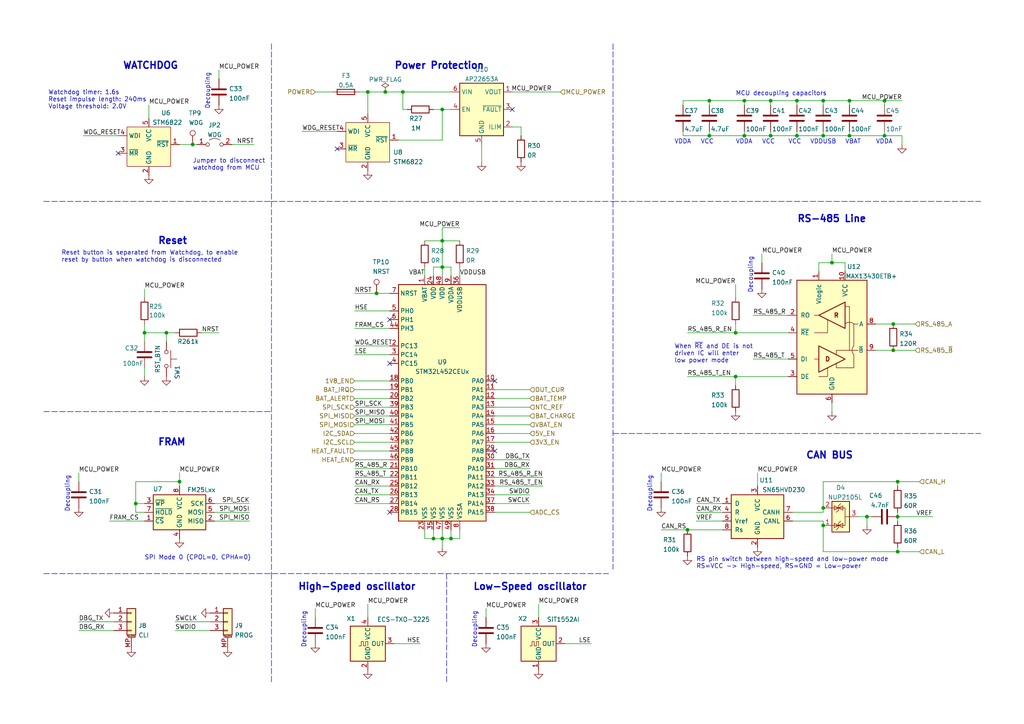
<source format=kicad_sch>
(kicad_sch (version 20210621) (generator eeschema)
  (paper "A4")
  (title_block (title "BUTCube - EPS") (date "2021-06-01") (rev "v1.0") (company "VUT - FIT(STRaDe) & FME(IAE & IPE)") (comment 1 "Author: Petr Malaník"))
  (lib_symbols
    (symbol "Connector:TestPoint" (pin_numbers hide) (pin_names (offset 0.762) hide)
      (property "Reference" "TP" (at 0 6.858 0))
      (property "Value" "TestPoint" (at 0 5.08 0))
      (symbol "TestPoint_0_1"
        (circle (center 0 3.302) (radius 0.762))
      )
      (symbol "TestPoint_1_1"
        (pin passive line (at 0 0 90) (length 2.54) (name "1") (number "1"))
      )
    )
    (symbol "Connector_Generic_MountingPin:Conn_01x03_MountingPin" (pin_names (offset 1.016) hide)
      (property "Reference" "J" (at 0 5.08 0))
      (property "Value" "Conn_01x03_MountingPin" (at 1.27 -5.08 0))
      (symbol "Conn_01x03_MountingPin_1_1"
        (text "Mounting" (at 0 -4.191 0) (effects (font (size 0.381 0.381))))
        (rectangle (start -1.27 -2.413) (end 0 -2.667) (stroke (width 0.1524)))
        (rectangle (start -1.27 0.127) (end 0 -0.127) (stroke (width 0.1524)))
        (rectangle (start -1.27 2.667) (end 0 2.413) (stroke (width 0.1524)))
        (rectangle (start -1.27 3.81) (end 1.27 -3.81) (stroke (width 0.254)) (fill (type background)))
        (polyline (pts (xy -1.016 -4.572) (xy 1.016 -4.572)) (stroke (width 0.1524)))
        (pin passive line (at -5.08 2.54 0) (length 3.81) (name "Pin_1") (number "1"))
        (pin passive line (at -5.08 0 0) (length 3.81) (name "Pin_2") (number "2"))
        (pin passive line (at -5.08 -2.54 0) (length 3.81) (name "Pin_3") (number "3"))
        (pin passive line (at 0 -7.62 90) (length 3.048) (name "MountPin") (number "MP"))
      )
    )
    (symbol "Device:C" (pin_numbers hide) (pin_names (offset 0.254))
      (property "Reference" "C" (at 0.635 2.54 0))
      (property "Value" "C" (at 0.635 -2.54 0))
      (symbol "C_0_1"
        (polyline (pts (xy -2.032 -0.762) (xy 2.032 -0.762)) (stroke (width 0.508)))
        (polyline (pts (xy -2.032 0.762) (xy 2.032 0.762)) (stroke (width 0.508)))
      )
      (symbol "C_1_1"
        (pin passive line (at 0 3.81 270) (length 2.794) (name "~") (number "1"))
        (pin passive line (at 0 -3.81 90) (length 2.794) (name "~") (number "2"))
      )
    )
    (symbol "Device:Fuse" (pin_numbers hide) (pin_names (offset 0))
      (property "Reference" "F" (at 2.032 0 90))
      (property "Value" "Fuse" (at -1.905 0 90))
      (symbol "Fuse_0_1"
        (rectangle (start -0.762 -2.54) (end 0.762 2.54) (stroke (width 0.254)))
        (polyline (pts (xy 0 2.54) (xy 0 -2.54)))
      )
      (symbol "Fuse_1_1"
        (pin passive line (at 0 3.81 270) (length 1.27) (name "~") (number "1"))
        (pin passive line (at 0 -3.81 90) (length 1.27) (name "~") (number "2"))
      )
    )
    (symbol "Device:R" (pin_numbers hide) (pin_names (offset 0))
      (property "Reference" "R" (at 2.032 0 90))
      (property "Value" "R" (at 0 0 90))
      (symbol "R_0_1"
        (rectangle (start -1.016 -2.54) (end 1.016 2.54) (stroke (width 0.254)))
      )
      (symbol "R_1_1"
        (pin passive line (at 0 3.81 270) (length 1.27) (name "~") (number "1"))
        (pin passive line (at 0 -3.81 90) (length 1.27) (name "~") (number "2"))
      )
    )
    (symbol "Interface_CAN_LIN:SN65HVD230" (pin_names (offset 1.016))
      (property "Reference" "U" (at -2.54 10.16 0))
      (property "Value" "SN65HVD230" (at -2.54 7.62 0))
      (symbol "SN65HVD230_0_1"
        (rectangle (start -7.62 5.08) (end 7.62 -7.62) (stroke (width 0.254)) (fill (type background)))
      )
      (symbol "SN65HVD230_1_1"
        (pin input line (at -10.16 2.54 0) (length 2.54) (name "D") (number "1"))
        (pin power_in line (at 0 -10.16 90) (length 2.54) (name "GND") (number "2"))
        (pin power_in line (at 0 7.62 270) (length 2.54) (name "VCC") (number "3"))
        (pin output line (at -10.16 0 0) (length 2.54) (name "R") (number "4"))
        (pin output line (at -10.16 -2.54 0) (length 2.54) (name "Vref") (number "5"))
        (pin bidirectional line (at 10.16 -2.54 180) (length 2.54) (name "CANL") (number "6"))
        (pin bidirectional line (at 10.16 0 180) (length 2.54) (name "CANH") (number "7"))
        (pin input line (at -10.16 -5.08 0) (length 2.54) (name "Rs") (number "8"))
      )
    )
    (symbol "Jumper:Jumper_2_Open" (pin_names (offset 0) hide)
      (property "Reference" "JP" (at 0 2.794 0))
      (property "Value" "Jumper_2_Open" (at 0 -2.286 0))
      (symbol "Jumper_2_Open_0_0"
        (circle (center -2.032 0) (radius 0.508))
        (circle (center 2.032 0) (radius 0.508))
      )
      (symbol "Jumper_2_Open_0_1"
        (arc (start -1.524 1.27) (end 1.524 1.27) (radius (at 0 -0.762) (length 2.54) (angles 126.9 53.1)))
      )
      (symbol "Jumper_2_Open_1_1"
        (pin passive line (at -5.08 0 0) (length 2.54) (name "A") (number "1"))
        (pin passive line (at 5.08 0 180) (length 2.54) (name "B") (number "2"))
      )
    )
    (symbol "MCU_ST_STM32L4:STM32L452CEUx"
      (property "Reference" "U" (at -12.7 34.29 0))
      (property "Value" "STM32L452CEUx" (at 7.62 34.29 0))
      (symbol "STM32L452CEUx_0_1"
        (rectangle (start -12.7 -35.56) (end 12.7 33.02) (stroke (width 0.254)) (fill (type background)))
      )
      (symbol "STM32L452CEUx_1_1"
        (pin power_in line (at -5.08 35.56 270) (length 2.54) (name "VBAT") (number "1"))
        (pin bidirectional line (at 15.24 5.08 180) (length 2.54) (name "PA0") (number "10"))
        (pin bidirectional line (at 15.24 2.54 180) (length 2.54) (name "PA1") (number "11"))
        (pin bidirectional line (at 15.24 0 180) (length 2.54) (name "PA2") (number "12"))
        (pin bidirectional line (at 15.24 -2.54 180) (length 2.54) (name "PA3") (number "13"))
        (pin bidirectional line (at 15.24 -5.08 180) (length 2.54) (name "PA4") (number "14"))
        (pin bidirectional line (at 15.24 -7.62 180) (length 2.54) (name "PA5") (number "15"))
        (pin bidirectional line (at 15.24 -10.16 180) (length 2.54) (name "PA6") (number "16"))
        (pin bidirectional line (at 15.24 -12.7 180) (length 2.54) (name "PA7") (number "17"))
        (pin bidirectional line (at -15.24 5.08 0) (length 2.54) (name "PB0") (number "18"))
        (pin bidirectional line (at -15.24 2.54 0) (length 2.54) (name "PB1") (number "19"))
        (pin bidirectional line (at -15.24 15.24 0) (length 2.54) (name "PC13") (number "2"))
        (pin bidirectional line (at -15.24 0 0) (length 2.54) (name "PB2") (number "20"))
        (pin bidirectional line (at -15.24 -20.32 0) (length 2.54) (name "PB10") (number "21"))
        (pin bidirectional line (at -15.24 -22.86 0) (length 2.54) (name "PB11") (number "22"))
        (pin power_in line (at -5.08 -38.1 90) (length 2.54) (name "VSS") (number "23"))
        (pin power_in line (at -2.54 35.56 270) (length 2.54) (name "VDD") (number "24"))
        (pin bidirectional line (at -15.24 -25.4 0) (length 2.54) (name "PB12") (number "25"))
        (pin bidirectional line (at -15.24 -27.94 0) (length 2.54) (name "PB13") (number "26"))
        (pin bidirectional line (at -15.24 -30.48 0) (length 2.54) (name "PB14") (number "27"))
        (pin bidirectional line (at -15.24 -33.02 0) (length 2.54) (name "PB15") (number "28"))
        (pin bidirectional line (at 15.24 -15.24 180) (length 2.54) (name "PA8") (number "29"))
        (pin bidirectional line (at -15.24 12.7 0) (length 2.54) (name "PC14") (number "3"))
        (pin bidirectional line (at 15.24 -17.78 180) (length 2.54) (name "PA9") (number "30"))
        (pin bidirectional line (at 15.24 -20.32 180) (length 2.54) (name "PA10") (number "31"))
        (pin bidirectional line (at 15.24 -22.86 180) (length 2.54) (name "PA11") (number "32"))
        (pin bidirectional line (at 15.24 -25.4 180) (length 2.54) (name "PA12") (number "33"))
        (pin bidirectional line (at 15.24 -27.94 180) (length 2.54) (name "PA13") (number "34"))
        (pin power_in line (at -2.54 -38.1 90) (length 2.54) (name "VSS") (number "35"))
        (pin power_in line (at 5.08 35.56 270) (length 2.54) (name "VDDUSB") (number "36"))
        (pin bidirectional line (at 15.24 -30.48 180) (length 2.54) (name "PA14") (number "37"))
        (pin bidirectional line (at 15.24 -33.02 180) (length 2.54) (name "PA15") (number "38"))
        (pin bidirectional line (at -15.24 -2.54 0) (length 2.54) (name "PB3") (number "39"))
        (pin bidirectional line (at -15.24 10.16 0) (length 2.54) (name "PC15") (number "4"))
        (pin bidirectional line (at -15.24 -5.08 0) (length 2.54) (name "PB4") (number "40"))
        (pin bidirectional line (at -15.24 -7.62 0) (length 2.54) (name "PB5") (number "41"))
        (pin bidirectional line (at -15.24 -10.16 0) (length 2.54) (name "PB6") (number "42"))
        (pin bidirectional line (at -15.24 -12.7 0) (length 2.54) (name "PB7") (number "43"))
        (pin bidirectional line (at -15.24 20.32 0) (length 2.54) (name "PH3") (number "44"))
        (pin bidirectional line (at -15.24 -15.24 0) (length 2.54) (name "PB8") (number "45"))
        (pin bidirectional line (at -15.24 -17.78 0) (length 2.54) (name "PB9") (number "46"))
        (pin power_in line (at 0 -38.1 90) (length 2.54) (name "VSS") (number "47"))
        (pin power_in line (at 0 35.56 270) (length 2.54) (name "VDD") (number "48"))
        (pin power_in line (at 2.54 -38.1 90) (length 2.54) (name "VSS") (number "49"))
        (pin input line (at -15.24 25.4 0) (length 2.54) (name "PH0") (number "5"))
        (pin input line (at -15.24 22.86 0) (length 2.54) (name "PH1") (number "6"))
        (pin input line (at -15.24 30.48 0) (length 2.54) (name "NRST") (number "7"))
        (pin power_in line (at 5.08 -38.1 90) (length 2.54) (name "VSSA") (number "8"))
        (pin power_in line (at 2.54 35.56 270) (length 2.54) (name "VDDA") (number "9"))
      )
    )
    (symbol "Power_Protection:NUP2105L" (pin_names hide)
      (property "Reference" "D" (at 5.715 2.54 0))
      (property "Value" "NUP2105L" (at 5.715 0.635 0))
      (symbol "NUP2105L_0_0"
        (pin passive line (at 0 -5.08 90) (length 2.54) (name "A") (number "3"))
      )
      (symbol "NUP2105L_0_1"
        (rectangle (start -4.445 2.54) (end 4.445 -2.54) (stroke (width 0.254)) (fill (type background)))
        (polyline (pts (xy -2.54 2.54) (xy -2.54 0.635)))
        (polyline (pts (xy 0 -1.27) (xy 0 -2.54)))
        (polyline (pts (xy 2.54 2.54) (xy 2.54 0.635)))
        (polyline (pts (xy -3.81 1.27) (xy -3.175 0.635) (xy -1.905 0.635) (xy -1.27 0)))
        (polyline (pts (xy -2.54 0.635) (xy -2.54 -1.27) (xy 2.54 -1.27) (xy 2.54 0.635)))
        (polyline (pts (xy -2.54 0.635) (xy -1.905 -0.635) (xy -3.175 -0.635) (xy -2.54 0.635)))
        (polyline (pts (xy 2.54 0.635) (xy 1.905 -0.635) (xy 3.175 -0.635) (xy 2.54 0.635)))
        (polyline (pts (xy 2.54 0.635) (xy 3.175 1.905) (xy 1.905 1.905) (xy 2.54 0.635)))
        (polyline (pts (xy -2.54 0.635) (xy -3.175 1.905) (xy -1.905 1.905) (xy -2.54 0.635) (xy -2.54 1.27)))
        (polyline (pts (xy 1.27 1.27) (xy 1.905 0.635) (xy 2.54 0.635) (xy 3.175 0.635) (xy 3.81 0)))
      )
      (symbol "NUP2105L_1_1"
        (pin passive line (at -2.54 5.08 270) (length 2.54) (name "K") (number "1"))
        (pin passive line (at 2.54 5.08 270) (length 2.54) (name "K") (number "2"))
      )
    )
    (symbol "Switch:SW_Push" (pin_numbers hide) (pin_names (offset 1.016) hide)
      (property "Reference" "SW" (at 1.27 2.54 0))
      (property "Value" "SW_Push" (at 0 -1.524 0))
      (symbol "SW_Push_0_1"
        (circle (center -2.032 0) (radius 0.508))
        (circle (center 2.032 0) (radius 0.508))
        (polyline (pts (xy 0 1.27) (xy 0 3.048)))
        (polyline (pts (xy 2.54 1.27) (xy -2.54 1.27)))
        (pin passive line (at -5.08 0 0) (length 2.54) (name "1") (number "1"))
        (pin passive line (at 5.08 0 180) (length 2.54) (name "2") (number "2"))
      )
    )
    (symbol "TCY_IC:MAX13430ETB+" (pin_names (offset 1.016))
      (property "Reference" "U" (at -10.16 19.05 0))
      (property "Value" "MAX13430ETB+" (at 5.08 19.05 0))
      (symbol "MAX13430ETB+_0_0"
        (text "D" (at -1.27 -5.08 0) (effects (font (size 1.27 1.27) bold)))
        (text "R" (at 1.27 7.62 0) (effects (font (size 1.27 1.27) bold)))
      )
      (symbol "MAX13430ETB+_0_1"
        (arc (start 3.81 5.08) (end 6.35 5.08) (radius (at 5.08 3.8099) (length 1.7961) (angles 135 45)) (stroke (width 0.1524)))
        (arc (start 6.35 -3.81) (end 6.35 -1.27) (radius (at 7.6201 -2.54) (length 1.7961) (angles -135 135)) (stroke (width 0.1524)))
        (rectangle (start -10.16 -15.24) (end 10.16 17.78) (stroke (width 0.254)) (fill (type background)))
        (polyline (pts (xy -5.08 -5.08) (xy -3.81 -5.08)))
        (polyline (pts (xy -3.81 7.62) (xy -5.08 7.62)))
        (polyline (pts (xy 5.08 10.16) (xy 5.08 -2.54)) (stroke (width 0.1524)))
        (polyline (pts (xy 6.35 -7.62) (xy 6.35 -3.81)) (stroke (width 0.1524)))
        (polyline (pts (xy 6.35 -1.27) (xy 6.35 5.08)) (stroke (width 0.1524)))
        (polyline (pts (xy 6.35 5.08) (xy 7.62 5.08)) (stroke (width 0.1524)))
        (polyline (pts (xy 5.08 10.16) (xy 3.81 10.16) (xy 3.81 10.16)))
        (polyline (pts (xy -3.81 -10.16) (xy -1.27 -10.16) (xy -1.27 -7.62) (xy -1.27 -7.62)))
        (polyline (pts (xy -1.27 6.35) (xy -1.27 2.54) (xy -2.54 2.54) (xy -5.08 2.54)))
        (polyline (pts (xy 6.35 -7.62) (xy 1.27 -7.62) (xy 1.27 -6.35) (xy 1.27 -6.35)))
        (polyline (pts (xy 7.62 -2.54) (xy 1.27 -2.54) (xy 1.27 -3.81) (xy 1.27 -3.81)))
        (polyline (pts (xy -3.81 -1.27) (xy -3.81 -8.89) (xy 3.81 -5.08) (xy -3.81 -1.27) (xy -3.81 -1.27)) (stroke (width 0.254)))
        (polyline (pts (xy 3.81 11.43) (xy 3.81 3.81) (xy -3.81 7.62) (xy 3.81 11.43) (xy 3.81 11.43)) (stroke (width 0.254)))
      )
      (symbol "MAX13430ETB+_1_1"
        (pin power_in line (at -3.81 20.32 270) (length 2.54) (name "Vlogic") (number "1"))
        (pin power_in line (at 3.81 20.32 270) (length 2.54) (name "VCC") (number "10"))
        (pin power_in line (at 0 -17.78 90) (length 2.54) hide (name "E_PAD") (number "11"))
        (pin output line (at -12.7 7.62 0) (length 2.54) (name "RO") (number "2"))
        (pin input line (at -12.7 -10.16 0) (length 2.54) (name "DE") (number "3"))
        (pin input line (at -12.7 2.54 0) (length 2.54) (name "~{RE}") (number "4"))
        (pin input line (at -12.7 -5.08 0) (length 2.54) (name "DI") (number "5"))
        (pin power_in line (at 0 -17.78 90) (length 2.54) (name "GND") (number "6"))
        (pin no_connect line (at 10.16 1.27 180) (length 2.54) hide (name "NC") (number "7"))
        (pin input line (at 12.7 5.08 180) (length 2.54) (name "A") (number "8"))
        (pin input line (at 12.7 -2.54 180) (length 2.54) (name "~{B}") (number "9"))
      )
    )
    (symbol "TCY_IC:STM6822"
      (property "Reference" "U" (at 6.35 13.97 0))
      (property "Value" "STM6822" (at 6.35 16.51 0))
      (symbol "STM6822_0_1"
        (rectangle (start -6.35 11.43) (end 6.35 0) (stroke (width 0.1524)) (fill (type background)))
      )
      (symbol "STM6822_1_1"
        (pin open_collector line (at 8.89 6.35 180) (length 2.54) (name "~{RST}") (number "1"))
        (pin passive line (at 0 -2.54 90) (length 2.54) (name "GND") (number "2"))
        (pin input line (at -8.89 3.81 0) (length 2.54) (name "~{MR}") (number "3"))
        (pin input line (at -8.89 8.89 0) (length 2.54) (name "WDI") (number "4"))
        (pin power_in line (at 0 13.97 270) (length 2.54) (name "VCC") (number "5"))
      )
    )
    (symbol "TCY_memory:FM25Lxx"
      (property "Reference" "U" (at -7.62 6.35 0))
      (property "Value" "FM25Lxx" (at 2.54 -6.35 0))
      (symbol "FM25Lxx_1_1"
        (rectangle (start -7.62 5.08) (end 7.62 -5.08) (stroke (width 0.254)) (fill (type background)))
        (pin input line (at -10.16 -2.54 0) (length 2.54) (name "~{CS}") (number "1"))
        (pin tri_state line (at 10.16 -2.54 180) (length 2.54) (name "MISO") (number "2"))
        (pin input line (at -10.16 2.54 0) (length 2.54) (name "~{WP}") (number "3"))
        (pin power_in line (at 0 -7.62 90) (length 2.54) (name "GND") (number "4"))
        (pin input line (at 10.16 0 180) (length 2.54) (name "MOSI") (number "5"))
        (pin input line (at 10.16 2.54 180) (length 2.54) (name "SCK") (number "6"))
        (pin input line (at -10.16 0 0) (length 2.54) (name "~{HOLD}") (number "7"))
        (pin power_in line (at 0 7.62 270) (length 2.54) (name "VCC") (number "8"))
        (pin passive line (at 0 -7.62 90) (length 2.54) hide (name "GND") (number "9"))
      )
    )
    (symbol "TCY_ocillators:ECS-TXO-3225" (pin_names (offset 0.254))
      (property "Reference" "X" (at -6.35 6.35 0))
      (property "Value" "ECS-TXO-3225" (at 1.27 6.35 0))
      (symbol "ECS-TXO-3225_0_1"
        (rectangle (start -5.08 5.08) (end 5.08 -5.08) (stroke (width 0.254)) (fill (type background)))
        (polyline (pts (xy -2.54 -0.635) (xy -1.905 -0.635) (xy -1.905 0.635) (xy -1.27 0.635) (xy -1.27 -0.635) (xy -0.635 -0.635) (xy -0.635 0.635) (xy 0 0.635) (xy 0 -0.635)))
      )
      (symbol "ECS-TXO-3225_1_1"
        (pin no_connect line (at -7.62 0 0) (length 2.54) hide (name "NC") (number "1"))
        (pin power_in line (at 0 -7.62 90) (length 2.54) (name "GND") (number "2"))
        (pin output line (at 7.62 0 180) (length 2.54) (name "OUT") (number "3"))
        (pin power_in line (at 0 7.62 270) (length 2.54) (name "VCC") (number "4"))
      )
    )
    (symbol "TCY_ocillators:SiT1552AI" (pin_names (offset 0.254))
      (property "Reference" "X" (at -6.35 6.35 0))
      (property "Value" "SiT1552AI" (at 1.27 6.35 0))
      (symbol "SiT1552AI_0_1"
        (rectangle (start -5.08 5.08) (end 5.08 -5.08) (stroke (width 0.254)) (fill (type background)))
        (polyline (pts (xy -2.54 -0.635) (xy -1.905 -0.635) (xy -1.905 0.635) (xy -1.27 0.635) (xy -1.27 -0.635) (xy -0.635 -0.635) (xy -0.635 0.635) (xy 0 0.635) (xy 0 -0.635)))
      )
      (symbol "SiT1552AI_1_1"
        (pin power_in line (at 0 -7.62 90) (length 2.54) (name "GND") (number "1"))
        (pin output line (at 7.62 0 180) (length 2.54) (name "OUT") (number "2"))
        (pin power_in line (at 0 7.62 270) (length 2.54) (name "VCC") (number "3"))
        (pin power_in line (at 0 -7.62 90) (length 2.54) hide (name "GND") (number "4"))
      )
    )
    (symbol "TCY_power_management:AP22653"
      (property "Reference" "U" (at 8.89 7.62 0))
      (property "Value" "AP22653" (at 0 7.62 0))
      (symbol "AP22653_0_1"
        (rectangle (start -6.35 5.08) (end 6.35 -10.16) (stroke (width 0.254)) (fill (type background)))
      )
      (symbol "AP22653_1_1"
        (pin power_out line (at 8.89 2.54 180) (length 2.54) (name "VOUT") (number "1"))
        (pin passive line (at 8.89 -7.62 180) (length 2.54) (name "ILIM") (number "2"))
        (pin output line (at 8.89 -2.54 180) (length 2.54) (name "~{FAULT}") (number "3"))
        (pin input line (at -8.89 -2.54 0) (length 2.54) (name "EN") (number "4"))
        (pin passive line (at 0 -12.7 90) (length 2.54) (name "GND") (number "5"))
        (pin power_in line (at -8.89 2.54 0) (length 2.54) (name "VIN") (number "6"))
        (pin passive line (at 0 -12.7 90) (length 2.54) hide (name "E_PAD") (number "7"))
      )
    )
    (symbol "power:GND" (power) (pin_names (offset 0))
      (property "Value" "GND" (at 0 -3.81 0))
      (symbol "GND_0_1"
        (polyline (pts (xy 0 0) (xy 0 -1.27) (xy 1.27 -1.27) (xy 0 -2.54) (xy -1.27 -1.27) (xy 0 -1.27)))
      )
      (symbol "GND_1_1"
        (pin power_in line (at 0 0 270) (length 0) hide (name "GND") (number "1"))
      )
    )
    (symbol "power:PWR_FLAG" (power) (pin_numbers hide) (pin_names (offset 0) hide)
      (property "Value" "PWR_FLAG" (at 0 3.81 0))
      (symbol "PWR_FLAG_0_0"
        (pin power_out line (at 0 0 90) (length 0) (name "pwr") (number "1"))
      )
      (symbol "PWR_FLAG_0_1"
        (polyline (pts (xy 0 0) (xy 0 1.27) (xy -1.016 1.905) (xy 0 2.54) (xy 1.016 1.905) (xy 0 1.27)))
      )
    )
  )
  (junction (at 39.37 146.05) (diameter 0.9144))
  (junction (at 41.91 96.52) (diameter 0.9144))
  (junction (at 48.26 96.52) (diameter 0.9144))
  (junction (at 52.07 139.7) (diameter 0.9144))
  (junction (at 55.88 41.91) (diameter 0.9144))
  (junction (at 106.68 26.67) (diameter 0.9144))
  (junction (at 109.22 85.09) (diameter 0.9144))
  (junction (at 111.76 26.67) (diameter 0.9144))
  (junction (at 116.84 26.67) (diameter 0.9144))
  (junction (at 125.73 156.21) (diameter 0.9144))
  (junction (at 128.27 31.75) (diameter 0.9144))
  (junction (at 128.27 69.85) (diameter 0.9144))
  (junction (at 128.27 77.47) (diameter 0.9144))
  (junction (at 128.27 156.21) (diameter 0.9144))
  (junction (at 130.81 156.21) (diameter 0.9144))
  (junction (at 199.39 153.67) (diameter 0.9144))
  (junction (at 205.74 29.21) (diameter 0.9144))
  (junction (at 205.74 39.37) (diameter 0.9144))
  (junction (at 213.36 96.52) (diameter 0.9144))
  (junction (at 213.36 109.22) (diameter 0.9144))
  (junction (at 215.9 29.21) (diameter 0.9144))
  (junction (at 215.9 39.37) (diameter 0.9144))
  (junction (at 223.52 29.21) (diameter 0.9144))
  (junction (at 223.52 39.37) (diameter 0.9144))
  (junction (at 231.14 29.21) (diameter 0.9144))
  (junction (at 231.14 39.37) (diameter 0.9144))
  (junction (at 238.76 29.21) (diameter 0.9144))
  (junction (at 238.76 39.37) (diameter 0.9144))
  (junction (at 238.76 147.32) (diameter 0.9144))
  (junction (at 238.76 152.4) (diameter 0.9144))
  (junction (at 241.3 76.2) (diameter 0.9144))
  (junction (at 246.38 29.21) (diameter 0.9144))
  (junction (at 246.38 39.37) (diameter 0.9144))
  (junction (at 251.46 149.86) (diameter 0.9144))
  (junction (at 256.54 29.21) (diameter 0.9144))
  (junction (at 256.54 39.37) (diameter 0.9144))
  (junction (at 259.08 93.98) (diameter 0.9144))
  (junction (at 259.08 101.6) (diameter 0.9144))
  (junction (at 260.35 139.7) (diameter 0.9144))
  (junction (at 260.35 149.86) (diameter 0.9144))
  (junction (at 260.35 160.02) (diameter 0.9144))
  (no_connect (at 34.29 44.45))
  (no_connect (at 97.79 43.18))
  (no_connect (at 113.03 92.71))
  (no_connect (at 113.03 105.41))
  (no_connect (at 113.03 148.59))
  (no_connect (at 143.51 110.49))
  (no_connect (at 143.51 130.81))
  (no_connect (at 148.59 31.75))
  (wire (pts (xy 22.86 137.16) (xy 22.86 139.7)))
  (wire (pts (xy 24.13 39.37) (xy 34.29 39.37)))
  (wire (pts (xy 31.75 151.13) (xy 41.91 151.13)))
  (wire (pts (xy 33.02 180.34) (xy 22.86 180.34)))
  (wire (pts (xy 33.02 182.88) (xy 22.86 182.88)))
  (wire (pts (xy 39.37 139.7) (xy 52.07 139.7)))
  (wire (pts (xy 39.37 146.05) (xy 39.37 139.7)))
  (wire (pts (xy 39.37 146.05) (xy 41.91 146.05)))
  (wire (pts (xy 39.37 148.59) (xy 39.37 146.05)))
  (wire (pts (xy 41.91 83.82) (xy 41.91 86.36)))
  (wire (pts (xy 41.91 93.98) (xy 41.91 96.52)))
  (wire (pts (xy 41.91 96.52) (xy 41.91 99.06)))
  (wire (pts (xy 41.91 96.52) (xy 48.26 96.52)))
  (wire (pts (xy 41.91 106.68) (xy 41.91 109.22)))
  (wire (pts (xy 41.91 148.59) (xy 39.37 148.59)))
  (wire (pts (xy 43.18 30.48) (xy 43.18 34.29)))
  (wire (pts (xy 48.26 96.52) (xy 48.26 99.06)))
  (wire (pts (xy 48.26 96.52) (xy 50.8 96.52)))
  (wire (pts (xy 52.07 41.91) (xy 55.88 41.91)))
  (wire (pts (xy 52.07 137.16) (xy 52.07 139.7)))
  (wire (pts (xy 52.07 139.7) (xy 52.07 140.97)))
  (wire (pts (xy 55.88 41.91) (xy 57.15 41.91)))
  (wire (pts (xy 58.42 96.52) (xy 63.5 96.52)))
  (wire (pts (xy 60.96 180.34) (xy 50.8 180.34)))
  (wire (pts (xy 60.96 182.88) (xy 50.8 182.88)))
  (wire (pts (xy 63.5 20.32) (xy 63.5 22.86)))
  (wire (pts (xy 67.31 41.91) (xy 73.66 41.91)))
  (wire (pts (xy 72.39 146.05) (xy 62.23 146.05)))
  (wire (pts (xy 72.39 148.59) (xy 62.23 148.59)))
  (wire (pts (xy 72.39 151.13) (xy 62.23 151.13)))
  (wire (pts (xy 87.63 38.1) (xy 97.79 38.1)))
  (wire (pts (xy 91.44 26.67) (xy 96.52 26.67)))
  (wire (pts (xy 91.44 176.53) (xy 91.44 179.07)))
  (wire (pts (xy 102.87 85.09) (xy 109.22 85.09)))
  (wire (pts (xy 102.87 90.17) (xy 113.03 90.17)))
  (wire (pts (xy 102.87 95.25) (xy 113.03 95.25)))
  (wire (pts (xy 102.87 100.33) (xy 113.03 100.33)))
  (wire (pts (xy 102.87 102.87) (xy 113.03 102.87)))
  (wire (pts (xy 102.87 110.49) (xy 113.03 110.49)))
  (wire (pts (xy 102.87 113.03) (xy 113.03 113.03)))
  (wire (pts (xy 102.87 115.57) (xy 113.03 115.57)))
  (wire (pts (xy 102.87 118.11) (xy 113.03 118.11)))
  (wire (pts (xy 102.87 120.65) (xy 113.03 120.65)))
  (wire (pts (xy 102.87 123.19) (xy 113.03 123.19)))
  (wire (pts (xy 102.87 125.73) (xy 113.03 125.73)))
  (wire (pts (xy 102.87 128.27) (xy 113.03 128.27)))
  (wire (pts (xy 102.87 130.81) (xy 113.03 130.81)))
  (wire (pts (xy 102.87 133.35) (xy 113.03 133.35)))
  (wire (pts (xy 102.87 135.89) (xy 113.03 135.89)))
  (wire (pts (xy 102.87 138.43) (xy 113.03 138.43)))
  (wire (pts (xy 102.87 140.97) (xy 113.03 140.97)))
  (wire (pts (xy 102.87 143.51) (xy 113.03 143.51)))
  (wire (pts (xy 102.87 146.05) (xy 113.03 146.05)))
  (wire (pts (xy 104.14 26.67) (xy 106.68 26.67)))
  (wire (pts (xy 106.68 26.67) (xy 111.76 26.67)))
  (wire (pts (xy 106.68 33.02) (xy 106.68 26.67)))
  (wire (pts (xy 106.68 175.26) (xy 106.68 179.07)))
  (wire (pts (xy 109.22 85.09) (xy 113.03 85.09)))
  (wire (pts (xy 111.76 26.67) (xy 116.84 26.67)))
  (wire (pts (xy 114.3 186.69) (xy 121.92 186.69)))
  (wire (pts (xy 115.57 40.64) (xy 128.27 40.64)))
  (wire (pts (xy 116.84 26.67) (xy 116.84 31.75)))
  (wire (pts (xy 116.84 26.67) (xy 130.81 26.67)))
  (wire (pts (xy 118.11 31.75) (xy 116.84 31.75)))
  (wire (pts (xy 123.19 69.85) (xy 128.27 69.85)))
  (wire (pts (xy 123.19 77.47) (xy 123.19 80.01)))
  (wire (pts (xy 123.19 156.21) (xy 123.19 153.67)))
  (wire (pts (xy 125.73 31.75) (xy 128.27 31.75)))
  (wire (pts (xy 125.73 77.47) (xy 125.73 80.01)))
  (wire (pts (xy 125.73 77.47) (xy 128.27 77.47)))
  (wire (pts (xy 125.73 153.67) (xy 125.73 156.21)))
  (wire (pts (xy 125.73 156.21) (xy 123.19 156.21)))
  (wire (pts (xy 128.27 31.75) (xy 128.27 40.64)))
  (wire (pts (xy 128.27 31.75) (xy 130.81 31.75)))
  (wire (pts (xy 128.27 66.04) (xy 133.35 66.04)))
  (wire (pts (xy 128.27 69.85) (xy 128.27 66.04)))
  (wire (pts (xy 128.27 69.85) (xy 128.27 77.47)))
  (wire (pts (xy 128.27 69.85) (xy 133.35 69.85)))
  (wire (pts (xy 128.27 77.47) (xy 128.27 80.01)))
  (wire (pts (xy 128.27 153.67) (xy 128.27 156.21)))
  (wire (pts (xy 128.27 156.21) (xy 125.73 156.21)))
  (wire (pts (xy 128.27 156.21) (xy 130.81 156.21)))
  (wire (pts (xy 128.27 158.75) (xy 128.27 156.21)))
  (wire (pts (xy 130.81 77.47) (xy 128.27 77.47)))
  (wire (pts (xy 130.81 80.01) (xy 130.81 77.47)))
  (wire (pts (xy 130.81 153.67) (xy 130.81 156.21)))
  (wire (pts (xy 130.81 156.21) (xy 133.35 156.21)))
  (wire (pts (xy 133.35 77.47) (xy 133.35 80.01)))
  (wire (pts (xy 133.35 156.21) (xy 133.35 153.67)))
  (wire (pts (xy 139.7 41.91) (xy 139.7 46.99)))
  (wire (pts (xy 140.97 176.53) (xy 140.97 179.07)))
  (wire (pts (xy 143.51 113.03) (xy 153.67 113.03)))
  (wire (pts (xy 143.51 115.57) (xy 153.67 115.57)))
  (wire (pts (xy 143.51 118.11) (xy 153.67 118.11)))
  (wire (pts (xy 143.51 120.65) (xy 153.67 120.65)))
  (wire (pts (xy 143.51 123.19) (xy 153.67 123.19)))
  (wire (pts (xy 143.51 125.73) (xy 153.67 125.73)))
  (wire (pts (xy 143.51 128.27) (xy 153.67 128.27)))
  (wire (pts (xy 143.51 133.35) (xy 153.67 133.35)))
  (wire (pts (xy 143.51 135.89) (xy 153.67 135.89)))
  (wire (pts (xy 143.51 138.43) (xy 157.48 138.43)))
  (wire (pts (xy 143.51 140.97) (xy 157.48 140.97)))
  (wire (pts (xy 143.51 143.51) (xy 153.67 143.51)))
  (wire (pts (xy 143.51 146.05) (xy 153.67 146.05)))
  (wire (pts (xy 143.51 148.59) (xy 153.67 148.59)))
  (wire (pts (xy 148.59 26.67) (xy 162.56 26.67)))
  (wire (pts (xy 148.59 36.83) (xy 151.13 36.83)))
  (wire (pts (xy 151.13 36.83) (xy 151.13 39.37)))
  (wire (pts (xy 156.21 175.26) (xy 156.21 179.07)))
  (wire (pts (xy 163.83 186.69) (xy 171.45 186.69)))
  (wire (pts (xy 191.77 137.16) (xy 191.77 139.7)))
  (wire (pts (xy 191.77 153.67) (xy 199.39 153.67)))
  (wire (pts (xy 198.12 29.21) (xy 205.74 29.21)))
  (wire (pts (xy 198.12 30.48) (xy 198.12 29.21)))
  (wire (pts (xy 198.12 39.37) (xy 198.12 38.1)))
  (wire (pts (xy 199.39 96.52) (xy 213.36 96.52)))
  (wire (pts (xy 199.39 109.22) (xy 213.36 109.22)))
  (wire (pts (xy 199.39 153.67) (xy 209.55 153.67)))
  (wire (pts (xy 201.93 146.05) (xy 209.55 146.05)))
  (wire (pts (xy 201.93 148.59) (xy 209.55 148.59)))
  (wire (pts (xy 201.93 151.13) (xy 209.55 151.13)))
  (wire (pts (xy 205.74 29.21) (xy 205.74 30.48)))
  (wire (pts (xy 205.74 29.21) (xy 215.9 29.21)))
  (wire (pts (xy 205.74 38.1) (xy 205.74 39.37)))
  (wire (pts (xy 205.74 39.37) (xy 198.12 39.37)))
  (wire (pts (xy 205.74 39.37) (xy 215.9 39.37)))
  (wire (pts (xy 213.36 82.55) (xy 213.36 86.36)))
  (wire (pts (xy 213.36 93.98) (xy 213.36 96.52)))
  (wire (pts (xy 213.36 96.52) (xy 228.6 96.52)))
  (wire (pts (xy 213.36 109.22) (xy 213.36 111.76)))
  (wire (pts (xy 213.36 109.22) (xy 228.6 109.22)))
  (wire (pts (xy 215.9 29.21) (xy 223.52 29.21)))
  (wire (pts (xy 215.9 30.48) (xy 215.9 29.21)))
  (wire (pts (xy 215.9 39.37) (xy 215.9 38.1)))
  (wire (pts (xy 218.44 91.44) (xy 228.6 91.44)))
  (wire (pts (xy 218.44 104.14) (xy 228.6 104.14)))
  (wire (pts (xy 219.71 137.16) (xy 219.71 140.97)))
  (wire (pts (xy 220.98 73.66) (xy 220.98 76.2)))
  (wire (pts (xy 223.52 29.21) (xy 231.14 29.21)))
  (wire (pts (xy 223.52 30.48) (xy 223.52 29.21)))
  (wire (pts (xy 223.52 39.37) (xy 215.9 39.37)))
  (wire (pts (xy 223.52 39.37) (xy 223.52 38.1)))
  (wire (pts (xy 229.87 148.59) (xy 238.76 148.59)))
  (wire (pts (xy 229.87 151.13) (xy 238.76 151.13)))
  (wire (pts (xy 231.14 29.21) (xy 231.14 30.48)))
  (wire (pts (xy 231.14 29.21) (xy 238.76 29.21)))
  (wire (pts (xy 231.14 38.1) (xy 231.14 39.37)))
  (wire (pts (xy 231.14 39.37) (xy 223.52 39.37)))
  (wire (pts (xy 237.49 76.2) (xy 241.3 76.2)))
  (wire (pts (xy 237.49 78.74) (xy 237.49 76.2)))
  (wire (pts (xy 238.76 29.21) (xy 238.76 30.48)))
  (wire (pts (xy 238.76 29.21) (xy 246.38 29.21)))
  (wire (pts (xy 238.76 38.1) (xy 238.76 39.37)))
  (wire (pts (xy 238.76 39.37) (xy 231.14 39.37)))
  (wire (pts (xy 238.76 139.7) (xy 238.76 147.32)))
  (wire (pts (xy 238.76 148.59) (xy 238.76 147.32)))
  (wire (pts (xy 238.76 151.13) (xy 238.76 152.4)))
  (wire (pts (xy 238.76 152.4) (xy 238.76 160.02)))
  (wire (pts (xy 241.3 76.2) (xy 241.3 73.66)))
  (wire (pts (xy 241.3 116.84) (xy 241.3 119.38)))
  (wire (pts (xy 245.11 76.2) (xy 241.3 76.2)))
  (wire (pts (xy 245.11 78.74) (xy 245.11 76.2)))
  (wire (pts (xy 246.38 29.21) (xy 246.38 30.48)))
  (wire (pts (xy 246.38 29.21) (xy 256.54 29.21)))
  (wire (pts (xy 246.38 38.1) (xy 246.38 39.37)))
  (wire (pts (xy 246.38 39.37) (xy 238.76 39.37)))
  (wire (pts (xy 246.38 39.37) (xy 256.54 39.37)))
  (wire (pts (xy 248.92 149.86) (xy 251.46 149.86)))
  (wire (pts (xy 251.46 149.86) (xy 251.46 152.4)))
  (wire (pts (xy 251.46 149.86) (xy 252.73 149.86)))
  (wire (pts (xy 254 93.98) (xy 259.08 93.98)))
  (wire (pts (xy 254 101.6) (xy 259.08 101.6)))
  (wire (pts (xy 256.54 29.21) (xy 256.54 30.48)))
  (wire (pts (xy 256.54 29.21) (xy 261.62 29.21)))
  (wire (pts (xy 256.54 38.1) (xy 256.54 39.37)))
  (wire (pts (xy 256.54 39.37) (xy 261.62 39.37)))
  (wire (pts (xy 259.08 93.98) (xy 265.43 93.98)))
  (wire (pts (xy 259.08 101.6) (xy 265.43 101.6)))
  (wire (pts (xy 260.35 139.7) (xy 238.76 139.7)))
  (wire (pts (xy 260.35 139.7) (xy 260.35 140.97)))
  (wire (pts (xy 260.35 148.59) (xy 260.35 149.86)))
  (wire (pts (xy 260.35 149.86) (xy 270.51 149.86)))
  (wire (pts (xy 260.35 151.13) (xy 260.35 149.86)))
  (wire (pts (xy 260.35 158.75) (xy 260.35 160.02)))
  (wire (pts (xy 260.35 160.02) (xy 238.76 160.02)))
  (wire (pts (xy 261.62 39.37) (xy 261.62 41.91)))
  (wire (pts (xy 266.7 139.7) (xy 260.35 139.7)))
  (wire (pts (xy 266.7 160.02) (xy 260.35 160.02)))
  (polyline (pts (xy 12.7 58.42) (xy 78.74 58.42)) (stroke (width 0) (type dash)))
  (polyline (pts (xy 12.7 119.38) (xy 78.74 119.38)) (stroke (width 0) (type dash)))
  (polyline (pts (xy 12.7 166.37) (xy 176.53 166.37)) (stroke (width 0) (type dash)))
  (polyline (pts (xy 78.74 12.7) (xy 78.74 166.37)) (stroke (width 0) (type dash)))
  (polyline (pts (xy 78.74 58.42) (xy 177.8 58.42)) (stroke (width 0) (type dash)))
  (polyline (pts (xy 78.74 166.37) (xy 78.74 198.12)) (stroke (width 0) (type dash)))
  (polyline (pts (xy 129.54 166.37) (xy 129.54 198.12)) (stroke (width 0) (type dash)))
  (polyline (pts (xy 177.8 12.7) (xy 177.8 165.1)) (stroke (width 0) (type dash)))
  (polyline (pts (xy 177.8 58.42) (xy 284.48 58.42)) (stroke (width 0) (type dash)))
  (polyline (pts (xy 177.8 125.73) (xy 284.48 125.73)) (stroke (width 0) (type dash)))
  (text "Watchdog timer: 1.6s\nReset impulse length: 240ms\nVoltage threshold: 2.0V" (at 13.97 31.75 0) (effects (font (size 1.27 1.27)) (justify left bottom)))
  (text "Reset button is separated from Watchdog, to enable\nreset by button when watchdog is disconnected" (at 17.78 76.2 0) (effects (font (size 1.27 1.27)) (justify left bottom)))
  (text "Decoupling" (at 20.32 148.59 90) (effects (font (size 1.27 1.27)) (justify left bottom)))
  (text "WATCHDOG" (at 35.56 20.32 0) (effects (font (size 2 2) (thickness 0.4) bold) (justify left bottom)))
  (text "SPI Mode 0 (CPOL=0, CPHA=0)" (at 41.91 162.56 0) (effects (font (size 1.27 1.27)) (justify left bottom)))
  (text "Reset" (at 45.72 71.12 0) (effects (font (size 2 2) (thickness 0.4) bold) (justify left bottom)))
  (text "FRAM" (at 45.72 129.54 0) (effects (font (size 2 2) (thickness 0.4) bold) (justify left bottom)))
  (text "Jumper to disconnect\nwatchdog from MCU" (at 55.88 49.53 0) (effects (font (size 1.27 1.27)) (justify left bottom)))
  (text "Decoupling" (at 60.96 31.75 90) (effects (font (size 1.27 1.27)) (justify left bottom)))
  (text "High-Speed oscillator" (at 86.36 171.45 0) (effects (font (size 2 2) (thickness 0.4) bold) (justify left bottom)))
  (text "Decoupling" (at 88.9 187.96 90) (effects (font (size 1.27 1.27)) (justify left bottom)))
  (text "Power Protection" (at 114.3 20.32 0) (effects (font (size 2 2) (thickness 0.4) bold) (justify left bottom)))
  (text "Low-Speed oscillator" (at 137.16 171.45 0) (effects (font (size 2 2) (thickness 0.4) bold) (justify left bottom)))
  (text "Decoupling" (at 138.43 187.96 90) (effects (font (size 1.27 1.27)) (justify left bottom)))
  (text "Decoupling" (at 189.23 148.59 90) (effects (font (size 1.27 1.27)) (justify left bottom)))
  (text "VDDA" (at 195.58 41.91 0) (effects (font (size 1.27 1.27)) (justify left bottom)))
  (text "When ~{RE} and DE is not\ndriven IC will enter\nlow power mode" (at 195.58 105.41 0) (effects (font (size 1.27 1.27)) (justify left bottom)))
  (text "RS pin switch between high-speed and low-power mode\nRS=VCC -> High-speed, RS=GND = Low-power" (at 201.93 165.1 0) (effects (font (size 1.27 1.27)) (justify left bottom)))
  (text "VCC" (at 203.2 41.91 0) (effects (font (size 1.27 1.27)) (justify left bottom)))
  (text "MCU decoupling capacitors" (at 213.36 27.94 0) (effects (font (size 1.27 1.27)) (justify left bottom)))
  (text "VDDA" (at 213.36 41.91 0) (effects (font (size 1.27 1.27)) (justify left bottom)))
  (text "Decoupling" (at 218.44 85.09 90) (effects (font (size 1.27 1.27)) (justify left bottom)))
  (text "VCC" (at 220.98 41.91 0) (effects (font (size 1.27 1.27)) (justify left bottom)))
  (text "VCC" (at 228.6 41.91 0) (effects (font (size 1.27 1.27)) (justify left bottom)))
  (text "RS-485 Line" (at 231.14 64.77 0) (effects (font (size 2 2) (thickness 0.4) bold) (justify left bottom)))
  (text "CAN BUS" (at 233.68 133.35 0) (effects (font (size 2 2) (thickness 0.4) bold) (justify left bottom)))
  (text "VDDUSB" (at 234.95 41.91 0) (effects (font (size 1.27 1.27)) (justify left bottom)))
  (text "VBAT" (at 245.11 41.91 0) (effects (font (size 1.27 1.27)) (justify left bottom)))
  (text "VDDA" (at 254 41.91 0) (effects (font (size 1.27 1.27)) (justify left bottom)))
  (label "MCU_POWER" (at 22.86 137.16 0))
  (label "DBG_TX" (at 22.86 180.34 0))
  (label "DBG_RX" (at 22.86 182.88 0))
  (label "WDG_RESET" (at 24.13 39.37 0))
  (label "FRAM_CS" (at 31.75 151.13 0))
  (label "MCU_POWER" (at 41.91 83.82 0))
  (label "MCU_POWER" (at 43.18 30.48 0))
  (label "SWCLK" (at 50.8 180.34 0))
  (label "SWDIO" (at 50.8 182.88 0))
  (label "MCU_POWER" (at 52.07 137.16 0))
  (label "MCU_POWER" (at 63.5 20.32 0))
  (label "NRST" (at 63.5 96.52 180))
  (label "SPI_SCK" (at 72.39 146.05 180))
  (label "SPI_MOSI" (at 72.39 148.59 180))
  (label "SPI_MISO" (at 72.39 151.13 180))
  (label "NRST" (at 73.66 41.91 180))
  (label "WDG_RESET" (at 87.63 38.1 0))
  (label "MCU_POWER" (at 91.44 176.53 0))
  (label "NRST" (at 102.87 85.09 0))
  (label "HSE" (at 102.87 90.17 0))
  (label "FRAM_CS" (at 102.87 95.25 0))
  (label "WDG_RESET" (at 102.87 100.33 0))
  (label "LSE" (at 102.87 102.87 0))
  (label "SPI_SCK" (at 102.87 118.11 0))
  (label "SPI_MISO" (at 102.87 120.65 0))
  (label "SPI_MOSI" (at 102.87 123.19 0))
  (label "RS_485_R" (at 102.87 135.89 0))
  (label "RS_485_T" (at 102.87 138.43 0))
  (label "CAN_RX" (at 102.87 140.97 0))
  (label "CAN_TX" (at 102.87 143.51 0))
  (label "CAN_RS" (at 102.87 146.05 0))
  (label "MCU_POWER" (at 106.68 175.26 0))
  (label "HSE" (at 121.92 186.69 180))
  (label "VBAT" (at 123.19 80.01 180))
  (label "MCU_POWER" (at 133.35 66.04 180))
  (label "VDDUSB" (at 133.35 80.01 0))
  (label "MCU_POWER" (at 140.97 176.53 0))
  (label "DBG_TX" (at 153.67 133.35 180))
  (label "DBG_RX" (at 153.67 135.89 180))
  (label "SWDIO" (at 153.67 143.51 180))
  (label "SWCLK" (at 153.67 146.05 180))
  (label "MCU_POWER" (at 156.21 175.26 0))
  (label "RS_485_R_EN" (at 157.48 138.43 180))
  (label "RS_485_T_EN" (at 157.48 140.97 180))
  (label "MCU_POWER" (at 160.02 26.67 180))
  (label "LSE" (at 171.45 186.69 180))
  (label "MCU_POWER" (at 191.77 137.16 0))
  (label "CAN_RS" (at 191.77 153.67 0))
  (label "RS_485_R_EN" (at 199.39 96.52 0))
  (label "RS_485_T_EN" (at 199.39 109.22 0))
  (label "CAN_TX" (at 201.93 146.05 0))
  (label "CAN_RX" (at 201.93 148.59 0))
  (label "VREF" (at 201.93 151.13 0))
  (label "MCU_POWER" (at 213.36 82.55 180))
  (label "RS_485_R" (at 218.44 91.44 0))
  (label "RS_485_T" (at 218.44 104.14 0))
  (label "MCU_POWER" (at 219.71 137.16 0))
  (label "MCU_POWER" (at 220.98 73.66 0))
  (label "MCU_POWER" (at 241.3 73.66 0))
  (label "MCU_POWER" (at 261.62 29.21 180))
  (label "VREF" (at 270.51 149.86 180))
  (hierarchical_label "POWER" (shape input) (at 91.44 26.67 180))
  (hierarchical_label "1V8_EN" (shape input) (at 102.87 110.49 180))
  (hierarchical_label "BAT_IRQ" (shape input) (at 102.87 113.03 180))
  (hierarchical_label "BAT_ALERT" (shape input) (at 102.87 115.57 180))
  (hierarchical_label "SPI_SCK" (shape input) (at 102.87 118.11 180))
  (hierarchical_label "SPI_MISO" (shape input) (at 102.87 120.65 180))
  (hierarchical_label "SPI_MOSI" (shape input) (at 102.87 123.19 180))
  (hierarchical_label "I2C_SDA" (shape input) (at 102.87 125.73 180))
  (hierarchical_label "I2C_SCL" (shape input) (at 102.87 128.27 180))
  (hierarchical_label "HEAT_FAULT" (shape input) (at 102.87 130.81 180))
  (hierarchical_label "HEAT_EN" (shape input) (at 102.87 133.35 180))
  (hierarchical_label "OUT_CUR" (shape input) (at 153.67 113.03 0))
  (hierarchical_label "BAT_TEMP" (shape input) (at 153.67 115.57 0))
  (hierarchical_label "NTC_REF" (shape input) (at 153.67 118.11 0))
  (hierarchical_label "BAT_CHARGE" (shape input) (at 153.67 120.65 0))
  (hierarchical_label "VBAT_EN" (shape input) (at 153.67 123.19 0))
  (hierarchical_label "5V_EN" (shape input) (at 153.67 125.73 0))
  (hierarchical_label "3V3_EN" (shape input) (at 153.67 128.27 0))
  (hierarchical_label "ADC_CS" (shape input) (at 153.67 148.59 0))
  (hierarchical_label "MCU_POWER" (shape input) (at 162.56 26.67 0))
  (hierarchical_label "RS_485_A" (shape input) (at 265.43 93.98 0))
  (hierarchical_label "RS_485_~{B}" (shape input) (at 265.43 101.6 0))
  (hierarchical_label "CAN_H" (shape input) (at 266.7 139.7 0))
  (hierarchical_label "CAN_L" (shape input) (at 266.7 160.02 0))
  (symbol (lib_id "power:PWR_FLAG") (at 111.76 26.67 0)
    (property "Reference" "#FLG0101" (effects hide))
    (property "Value" "PWR_FLAG" (at 111.76 23.0654 0))
  )
  (symbol (lib_id "Connector:TestPoint") (at 55.88 41.91 0)
    (property "Reference" "TP9" (at 54.7371 32.81 0) (effects (justify left)))
    (property "Value" "WDG" (at 54.7371 35.5851 0) (effects (justify left)))
    (property "Footprint" "TCY_connectors:TestPoint_Pad_D0.5mm" (effects hide))
  )
  (symbol (lib_id "Connector:TestPoint") (at 109.22 85.09 0)
    (property "Reference" "TP10" (at 108.0771 75.99 0) (effects (justify left)))
    (property "Value" "NRST" (at 108.0771 78.7651 0) (effects (justify left)))
    (property "Footprint" "TCY_connectors:TestPoint_Pad_D0.5mm" (effects hide))
  )
  (symbol (lib_id "power:GND") (at 22.86 147.32 0)
    (property "Reference" "#PWR063" (effects hide))
    (property "Value" "GND" (effects hide))
  )
  (symbol (lib_id "power:GND") (at 33.02 177.8 270)
    (property "Reference" "#PWR064" (effects hide))
    (property "Value" "GND" (effects hide))
  )
  (symbol (lib_id "power:GND") (at 38.1 187.96 0)
    (property "Reference" "#PWR065" (effects hide))
    (property "Value" "GND" (effects hide))
  )
  (symbol (lib_id "power:GND") (at 41.91 109.22 0)
    (property "Reference" "#PWR066" (effects hide))
    (property "Value" "GND" (effects hide))
  )
  (symbol (lib_id "power:GND") (at 43.18 50.8 0)
    (property "Reference" "#PWR067" (effects hide))
    (property "Value" "GND" (effects hide))
  )
  (symbol (lib_id "power:GND") (at 48.26 109.22 0)
    (property "Reference" "#PWR068" (effects hide))
    (property "Value" "GND" (effects hide))
  )
  (symbol (lib_id "power:GND") (at 52.07 156.21 0)
    (property "Reference" "#PWR069" (effects hide))
    (property "Value" "GND" (effects hide))
  )
  (symbol (lib_id "power:GND") (at 60.96 177.8 270)
    (property "Reference" "#PWR070" (effects hide))
    (property "Value" "GND" (effects hide))
  )
  (symbol (lib_id "power:GND") (at 63.5 30.48 0)
    (property "Reference" "#PWR071" (effects hide))
    (property "Value" "GND" (effects hide))
  )
  (symbol (lib_id "power:GND") (at 66.04 187.96 0)
    (property "Reference" "#PWR072" (effects hide))
    (property "Value" "GND" (effects hide))
  )
  (symbol (lib_id "power:GND") (at 91.44 186.69 0)
    (property "Reference" "#PWR073" (effects hide))
    (property "Value" "GND" (effects hide))
  )
  (symbol (lib_id "power:GND") (at 106.68 49.53 0)
    (property "Reference" "#PWR074" (effects hide))
    (property "Value" "GND" (effects hide))
  )
  (symbol (lib_id "power:GND") (at 106.68 194.31 0)
    (property "Reference" "#PWR075" (effects hide))
    (property "Value" "GND" (effects hide))
  )
  (symbol (lib_id "power:GND") (at 128.27 158.75 0)
    (property "Reference" "#PWR076" (effects hide))
    (property "Value" "GND" (effects hide))
  )
  (symbol (lib_id "power:GND") (at 139.7 46.99 0)
    (property "Reference" "#PWR077" (effects hide))
    (property "Value" "GND" (effects hide))
  )
  (symbol (lib_id "power:GND") (at 140.97 186.69 0)
    (property "Reference" "#PWR078" (effects hide))
    (property "Value" "GND" (effects hide))
  )
  (symbol (lib_id "power:GND") (at 151.13 46.99 0)
    (property "Reference" "#PWR079" (effects hide))
    (property "Value" "GND" (effects hide))
  )
  (symbol (lib_id "power:GND") (at 156.21 194.31 0)
    (property "Reference" "#PWR080" (effects hide))
    (property "Value" "GND" (effects hide))
  )
  (symbol (lib_id "power:GND") (at 191.77 147.32 0)
    (property "Reference" "#PWR081" (effects hide))
    (property "Value" "GND" (effects hide))
  )
  (symbol (lib_id "power:GND") (at 199.39 161.29 0)
    (property "Reference" "#PWR082" (effects hide))
    (property "Value" "GND" (effects hide))
  )
  (symbol (lib_id "power:GND") (at 213.36 119.38 0)
    (property "Reference" "#PWR083" (effects hide))
    (property "Value" "GND" (effects hide))
  )
  (symbol (lib_id "power:GND") (at 219.71 158.75 0)
    (property "Reference" "#PWR084" (effects hide))
    (property "Value" "GND" (effects hide))
  )
  (symbol (lib_id "power:GND") (at 220.98 83.82 0)
    (property "Reference" "#PWR085" (effects hide))
    (property "Value" "GND" (effects hide))
  )
  (symbol (lib_id "power:GND") (at 241.3 119.38 0)
    (property "Reference" "#PWR086" (effects hide))
    (property "Value" "GND" (effects hide))
  )
  (symbol (lib_id "power:GND") (at 251.46 152.4 0)
    (property "Reference" "#PWR087" (effects hide))
    (property "Value" "GND" (effects hide))
  )
  (symbol (lib_id "power:GND") (at 261.62 41.91 0)
    (property "Reference" "#PWR088" (effects hide))
    (property "Value" "GND" (effects hide))
  )
  (symbol (lib_id "Device:Fuse") (at 100.33 26.67 90)
    (property "Reference" "F3" (at 100.33 21.9414 90))
    (property "Value" "0.5A" (at 100.33 24.7165 90))
  )
  (symbol (lib_id "Device:R") (at 41.91 90.17 0)
    (property "Reference" "R25" (at 43.18 88.9 0) (effects (justify left)))
    (property "Value" "100k" (at 43.18 91.44 0) (effects (justify left)))
    (property "Footprint" "Resistor_SMD:R_0603_1608Metric" (effects hide))
  )
  (symbol (lib_id "Device:R") (at 54.61 96.52 270)
    (property "Reference" "R26" (at 51.435 99.06 90) (effects (justify left)))
    (property "Value" "1k" (at 55.245 99.06 90) (effects (justify left)))
    (property "Footprint" "Resistor_SMD:R_0603_1608Metric" (effects hide))
  )
  (symbol (lib_id "Device:R") (at 121.92 31.75 90)
    (property "Reference" "R27" (at 120.65 34.3874 90))
    (property "Value" "1M" (at 120.65 37.1625 90))
  )
  (symbol (lib_id "Device:R") (at 123.19 73.66 0)
    (property "Reference" "R28" (at 124.9681 72.7515 0) (effects (justify left)))
    (property "Value" "0R" (at 124.9681 75.5266 0) (effects (justify left)))
  )
  (symbol (lib_id "Device:R") (at 133.35 73.66 0)
    (property "Reference" "R29" (at 135.1281 72.7515 0) (effects (justify left)))
    (property "Value" "0R" (at 135.1281 75.5266 0) (effects (justify left)))
  )
  (symbol (lib_id "Device:R") (at 151.13 43.18 0)
    (property "Reference" "R30" (at 152.9081 42.2715 0) (effects (justify left)))
    (property "Value" "0R" (at 152.9081 45.0466 0) (effects (justify left)))
  )
  (symbol (lib_id "Device:R") (at 199.39 157.48 0)
    (property "Reference" "R31" (at 192.2781 156.5715 0) (effects (justify left)))
    (property "Value" "100k" (at 192.2781 159.3466 0) (effects (justify left)))
  )
  (symbol (lib_id "Device:R") (at 213.36 90.17 0)
    (property "Reference" "R32" (at 206.2481 87.9915 0) (effects (justify left)))
    (property "Value" "100k" (at 206.2481 90.7666 0) (effects (justify left)))
  )
  (symbol (lib_id "Device:R") (at 213.36 115.57 0)
    (property "Reference" "R33" (at 206.2481 114.6615 0) (effects (justify left)))
    (property "Value" "100k" (at 206.2481 117.4366 0) (effects (justify left)))
  )
  (symbol (lib_id "Device:R") (at 259.08 97.79 0)
    (property "Reference" "R34" (at 260.8581 96.8815 0) (effects (justify left)))
    (property "Value" "120R" (at 260.8581 99.6566 0) (effects (justify left)))
  )
  (symbol (lib_id "Device:R") (at 260.35 144.78 0)
    (property "Reference" "R35" (at 262.1281 143.8715 0) (effects (justify left)))
    (property "Value" "60R" (at 262.1281 146.6466 0) (effects (justify left)))
  )
  (symbol (lib_id "Device:R") (at 260.35 154.94 0)
    (property "Reference" "R36" (at 262.1281 154.0315 0) (effects (justify left)))
    (property "Value" "60R" (at 262.1281 156.8066 0) (effects (justify left)))
  )
  (symbol (lib_id "Jumper:Jumper_2_Open") (at 62.23 41.91 0)
    (property "Reference" "JP2" (at 62.23 36.2924 0))
    (property "Value" "WDG" (at 62.23 39.0675 0))
    (property "Footprint" "Jumper:SolderJumper-2_P1.3mm_Open_RoundedPad1.0x1.5mm" (effects hide))
  )
  (symbol (lib_id "Device:C") (at 22.86 143.51 0)
    (property "Reference" "C31" (at 25.7811 142.6015 0) (effects (justify left)))
    (property "Value" "100nF" (at 25.7811 145.3766 0) (effects (justify left)))
  )
  (symbol (lib_id "Device:C") (at 41.91 102.87 0)
    (property "Reference" "C32" (at 36.195 100.965 0) (effects (justify left)))
    (property "Value" "100nF" (at 35.56 105.41 0) (effects (justify left)))
    (property "Footprint" "Capacitor_SMD:C_0603_1608Metric" (effects hide))
  )
  (symbol (lib_id "Device:C") (at 63.5 26.67 0)
    (property "Reference" "C33" (at 66.4211 25.7615 0) (effects (justify left)))
    (property "Value" "100nF" (at 66.4211 28.5366 0) (effects (justify left)))
  )
  (symbol (lib_id "Device:C") (at 91.44 182.88 0)
    (property "Reference" "C34" (at 94.3611 181.9715 0) (effects (justify left)))
    (property "Value" "100nF" (at 94.3611 184.7466 0) (effects (justify left)))
  )
  (symbol (lib_id "Device:C") (at 140.97 182.88 0)
    (property "Reference" "C35" (at 143.8911 181.9715 0) (effects (justify left)))
    (property "Value" "100nF" (at 143.8911 184.7466 0) (effects (justify left)))
  )
  (symbol (lib_id "Device:C") (at 191.77 143.51 0)
    (property "Reference" "C36" (at 194.6911 142.6015 0) (effects (justify left)))
    (property "Value" "100nF" (at 194.6911 145.3766 0) (effects (justify left)))
  )
  (symbol (lib_id "Device:C") (at 198.12 34.29 0)
    (property "Reference" "C37" (at 198.5011 32.1115 0) (effects (justify left)))
    (property "Value" "4.7uF" (at 198.5011 37.4266 0) (effects (justify left)))
  )
  (symbol (lib_id "Device:C") (at 205.74 34.29 0)
    (property "Reference" "C38" (at 206.1211 32.1115 0) (effects (justify left)))
    (property "Value" "4.7uF" (at 206.1211 37.4266 0) (effects (justify left)))
  )
  (symbol (lib_id "Device:C") (at 215.9 34.29 0)
    (property "Reference" "C39" (at 216.2811 32.1115 0) (effects (justify left)))
    (property "Value" "100nF" (at 216.2811 37.4266 0) (effects (justify left)))
  )
  (symbol (lib_id "Device:C") (at 220.98 80.01 0)
    (property "Reference" "C40" (at 223.9011 79.1015 0) (effects (justify left)))
    (property "Value" "100nF" (at 223.9011 81.8766 0) (effects (justify left)))
  )
  (symbol (lib_id "Device:C") (at 223.52 34.29 0)
    (property "Reference" "C41" (at 223.9011 32.1115 0) (effects (justify left)))
    (property "Value" "100nF" (at 223.9011 37.4266 0) (effects (justify left)))
  )
  (symbol (lib_id "Device:C") (at 231.14 34.29 0)
    (property "Reference" "C42" (at 231.5211 32.1115 0) (effects (justify left)))
    (property "Value" "100nF" (at 231.5211 37.4266 0) (effects (justify left)))
  )
  (symbol (lib_id "Device:C") (at 238.76 34.29 0)
    (property "Reference" "C43" (at 239.1411 32.1115 0) (effects (justify left)))
    (property "Value" "100nF" (at 239.1411 37.4266 0) (effects (justify left)))
  )
  (symbol (lib_id "Device:C") (at 246.38 34.29 0)
    (property "Reference" "C44" (at 246.7611 32.1115 0) (effects (justify left)))
    (property "Value" "100nF" (at 246.7611 37.4266 0) (effects (justify left)))
  )
  (symbol (lib_id "Device:C") (at 256.54 34.29 0)
    (property "Reference" "C45" (at 256.9211 32.1115 0) (effects (justify left)))
    (property "Value" "10nF" (at 256.9211 37.4266 0) (effects (justify left)))
  )
  (symbol (lib_id "Device:C") (at 256.54 149.86 90)
    (property "Reference" "C46" (at 254 143.7344 90))
    (property "Value" "4.7nF" (at 255.27 146.5095 90))
  )
  (symbol (lib_id "Switch:SW_Push") (at 48.26 104.14 270)
    (property "Reference" "SW1" (at 51.435 107.95 0))
    (property "Value" "RST_BTN" (at 45.72 104.14 0))
    (property "Footprint" "TCY_buttons_switches:KMT031NGJLHS" (effects hide))
  )
  (symbol (lib_id "Connector_Generic_MountingPin:Conn_01x03_MountingPin") (at 38.1 180.34 0)
    (property "Reference" "J8" (at 40.1321 181.4635 0) (effects (justify left)))
    (property "Value" "CLI" (at 40.1321 184.2386 0) (effects (justify left)))
  )
  (symbol (lib_id "Connector_Generic_MountingPin:Conn_01x03_MountingPin") (at 66.04 180.34 0)
    (property "Reference" "J9" (at 68.0721 181.4635 0) (effects (justify left)))
    (property "Value" "PROG" (at 68.0721 184.2386 0) (effects (justify left)))
  )
  (symbol (lib_id "Power_Protection:NUP2105L") (at 243.84 149.86 90)
    (property "Reference" "D4" (at 243.84 141.4484 90))
    (property "Value" "NUP2105L" (at 245.11 144.2235 90))
    (property "Footprint" "Package_TO_SOT_SMD:SOT-23" (effects hide))
    (property "Datasheet" "http://www.onsemi.com/pub_link/Collateral/NUP2105L-D.PDF" (effects hide))
  )
  (symbol (lib_id "TCY_ocillators:SiT1552AI") (at 156.21 186.69 0)
    (property "Reference" "X2" (at 152.908 179.4315 0) (effects (justify right)))
    (property "Value" "SiT1552AI" (at 168.148 179.6666 0) (effects (justify right)))
    (property "Datasheet" "https://www.sitime.com/datasheet/SiT1552" (effects hide))
  )
  (symbol (lib_id "TCY_ocillators:ECS-TXO-3225") (at 106.68 186.69 0)
    (property "Reference" "X1" (at 103.1239 179.4315 0) (effects (justify right)))
    (property "Value" "ECS-TXO-3225" (at 124.7139 179.6666 0) (effects (justify right)))
    (property "Datasheet" "https://ecsxtal.com/store/pdf/ECS-TXO-3225.pdf" (effects hide))
  )
  (symbol (lib_id "TCY_IC:STM6822") (at 43.18 48.26 0)
    (property "Reference" "U6" (at 46.7361 32.7465 0) (effects (justify left)))
    (property "Value" "STM6822" (at 44.1961 35.5216 0) (effects (justify left)))
    (property "Footprint" "Package_TO_SOT_SMD:SOT-23-5" (effects hide))
    (property "Datasheet" "https://www.st.com/resource/en/datasheet/stm6321.pdf" (effects hide))
  )
  (symbol (lib_id "TCY_IC:STM6822") (at 106.68 46.99 0)
    (property "Reference" "U8" (at 114.0461 44.1765 0) (effects (justify left)))
    (property "Value" "STM6822" (at 114.0461 46.9516 0) (effects (justify left)))
    (property "Footprint" "Package_TO_SOT_SMD:SOT-23-5" (effects hide))
    (property "Datasheet" "https://www.st.com/resource/en/datasheet/stm6321.pdf" (effects hide))
  )
  (symbol (lib_id "TCY_memory:FM25Lxx") (at 52.07 148.59 0)
    (property "Reference" "U7" (at 45.72 141.8294 0))
    (property "Value" "FM25Lxx" (at 58.42 142.0645 0))
    (property "Footprint" "TCY_IC:DFN-8-1EP_4.5x4mm_P0.95mm_EP3.6x2.6mm" (effects hide))
    (property "Datasheet" "https://www.cypress.com/file/136516/download" (effects hide))
  )
  (symbol (lib_id "TCY_power_management:AP22653") (at 139.7 29.21 0)
    (property "Reference" "U10" (at 139.7 20.1634 0))
    (property "Value" "AP22653A" (at 139.7 22.9385 0))
    (property "Footprint" "Package_DFN_QFN:DFN-6-1EP_2x2mm_P0.65mm_EP1x1.6mm" (effects hide))
    (property "Datasheet" "https://www.diodes.com/assets/Datasheets/AP22652_53_52A_53A.pdf" (effects hide))
  )
  (symbol (lib_id "Interface_CAN_LIN:SN65HVD230") (at 219.71 148.59 0)
    (property "Reference" "U11" (at 222.25 139.2894 0))
    (property "Value" "SN65HVD230" (at 227.33 142.0645 0))
    (property "Footprint" "Package_SO:SOIC-8_3.9x4.9mm_P1.27mm" (effects hide))
    (property "Datasheet" "http://www.ti.com/lit/ds/symlink/sn65hvd230.pdf" (effects hide))
  )
  (symbol (lib_id "TCY_IC:MAX13430ETB+") (at 241.3 99.06 0)
    (property "Reference" "U12" (at 247.65 77.3336 0))
    (property "Value" "MAX13430ETB+" (at 252.73 80.1087 0))
    (property "Footprint" "Package_DFN_QFN:DFN-10-1EP_3x3mm_P0.5mm_EP1.55x2.48mm" (effects hide))
    (property "Datasheet" "https://datasheets.maximintegrated.com/en/ds/MAX13430E-MAX13433E.pdf" (effects hide))
  )
  (symbol (lib_id "MCU_ST_STM32L4:STM32L452CEUx") (at 128.27 115.57 0)
    (property "Reference" "U9" (at 128.27 104.9994 0))
    (property "Value" "STM32L452CEUx" (at 128.27 107.7745 0))
    (property "Footprint" "Package_DFN_QFN:QFN-48-1EP_7x7mm_P0.5mm_EP5.6x5.6mm" (effects hide))
    (property "Datasheet" "http://www.st.com/st-web-ui/static/active/en/resource/technical/document/datasheet/DM00340549.pdf" (effects hide))
  )
)
</source>
